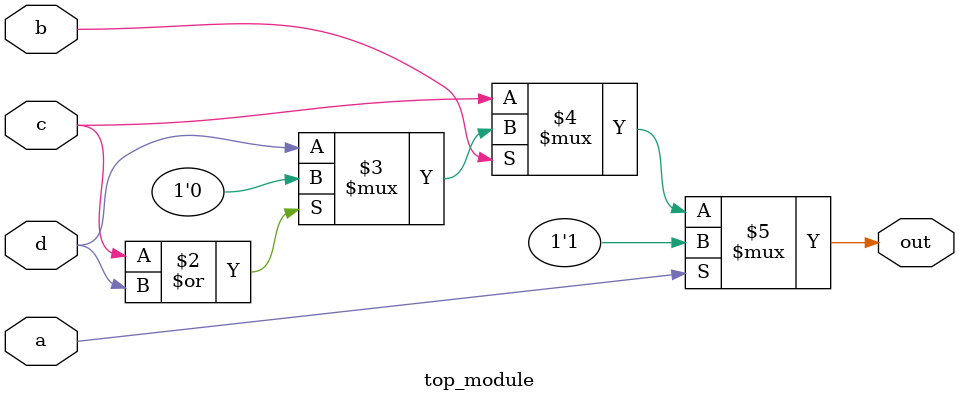
<source format=v>
module top_module(
    input a,
    input b,
    input c,
    input d,
    output out  ); 

    assign out = a ? 1'b1 : ( ~b ? c : ( c|d ? 1'b0 : d ));
    //assign out = a ? 1'b1 : ( ~b ? c : 1'b0);

endmodule

</source>
